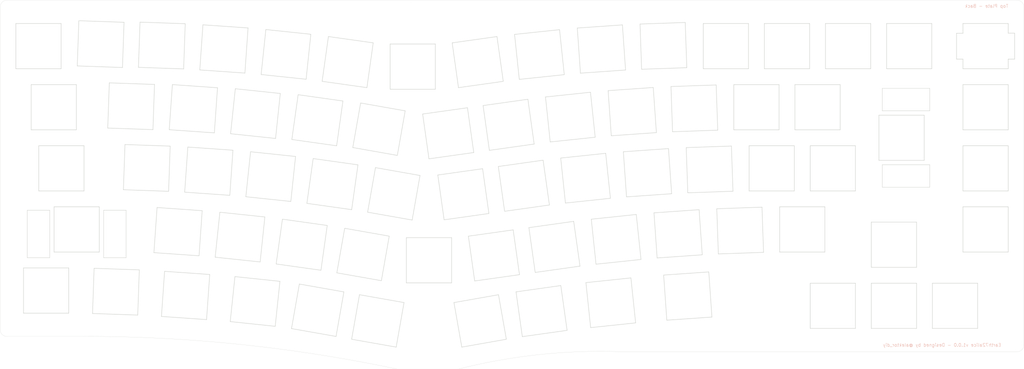
<source format=kicad_pcb>
(kicad_pcb (version 20240108) (generator "pcbnew") (generator_version "8.0")
  (layers (0 "F.Cu" signal) (31 "B.Cu" signal) (34 "B.Paste" user) (35 "F.Paste" user) (36 "B.SilkS" user "B.Silkscreen") (37 "F.SilkS" user "F.Silkscreen") (38 "B.Mask" user) (39 "F.Mask" user) (44 "Edge.Cuts" user))
  (net 0 "")
  (footprint "kbd_SW_Hole:SW_Hole_1u" (layer "F.Cu") (at 275.911877 114.646329 2)
    (property "Reference" "SW65" (hide yes))
    (property "Value" "SW_PUSH" (hide yes))
    (fp_line (start -7.05 -7.05) (end 7.05 -7.05) (stroke (width 0.15)) (layer "Edge.Cuts"))
    (fp_line (start -7.05 7.05) (end -7.05 -7.05) (stroke (width 0.15)) (layer "Edge.Cuts"))
    (fp_line (start 7.05 -7.05) (end 7.05 7.05) (stroke (width 0.15)) (layer "Edge.Cuts"))
    (fp_line (start 7.05 7.05) (end -7.05 7.05) (stroke (width 0.15)) (layer "Edge.Cuts"))
  )
  (footprint "kbd_SW_Hole:SW_Hole_1u" (layer "F.Cu") (at 194.84592 142.819434 10)
    (property "Reference" "SW43" (hide yes))
    (property "Value" "SW_PUSH" (hide yes))
    (fp_line (start -7.05 -7.05) (end 7.05 -7.05) (stroke (width 0.15)) (layer "Edge.Cuts"))
    (fp_line (start -7.05 7.05) (end -7.05 -7.05) (stroke (width 0.15)) (layer "Edge.Cuts"))
    (fp_line (start 7.05 -7.05) (end 7.05 7.05) (stroke (width 0.15)) (layer "Edge.Cuts"))
    (fp_line (start 7.05 7.05) (end -7.05 7.05) (stroke (width 0.15)) (layer "Edge.Cuts"))
  )
  (footprint "kbd_SW_Hole:SW_Hole_1u" (layer "F.Cu") (at 328.6125 57.15)
    (property "Reference" "SW51" (hide yes))
    (property "Value" "SW_PUSH" (hide yes))
    (fp_line (start -7.05 -7.05) (end 7.05 -7.05) (stroke (width 0.15)) (layer "Edge.Cuts"))
    (fp_line (start -7.05 7.05) (end -7.05 -7.05) (stroke (width 0.15)) (layer "Edge.Cuts"))
    (fp_line (start 7.05 -7.05) (end 7.05 7.05) (stroke (width 0.15)) (layer "Edge.Cuts"))
    (fp_line (start 7.05 7.05) (end -7.05 7.05) (stroke (width 0.15)) (layer "Edge.Cuts"))
  )
  (footprint "kbd_SW_Hole:SW_Hole_1u" (layer "F.Cu") (at 189.612028 103.331052 8)
    (property "Reference" "SW25" (hide yes))
    (property "Value" "SW_PUSH" (hide yes))
    (fp_line (start -7.05 -7.05) (end 7.05 -7.05) (stroke (width 0.15)) (layer "Edge.Cuts"))
    (fp_line (start -7.05 7.05) (end -7.05 -7.05) (stroke (width 0.15)) (layer "Edge.Cuts"))
    (fp_line (start 7.05 -7.05) (end 7.05 7.05) (stroke (width 0.15)) (layer "Edge.Cuts"))
    (fp_line (start 7.05 7.05) (end -7.05 7.05) (stroke (width 0.15)) (layer "Edge.Cuts"))
  )
  (footprint "kbd_Hole:m2_Screw_Hole" (layer "F.Cu") (at 178.59375 111.91875)
    (property "Reference" "Ref**" (hide yes))
    (property "Value" "Val**" (hide yes))
    (pad "" np_thru_hole circle (at 0 0) (size 2.2 2.2) (drill 2.2) (layers "F&B.Cu" "*.Mask"))
  )
  (footprint "kbd_SW_Hole:SW_Hole_1u" (layer "F.Cu") (at 90.915967 95.123485 -2)
    (property "Reference" "SW20" (hide yes))
    (property "Value" "SW_PUSH" (hide yes))
    (fp_line (start -7.05 7.05) (end -7.05 -7.05) (stroke (width 0.15)) (layer "Edge.Cuts"))
    (fp_line (start -7.05 -7.05) (end 7.05 -7.05) (stroke (width 0.15)) (layer "Edge.Cuts"))
    (fp_line (start 7.05 7.05) (end -7.05 7.05) (stroke (width 0.15)) (layer "Edge.Cuts"))
    (fp_line (start 7.05 -7.05) (end 7.05 7.05) (stroke (width 0.15)) (layer "Edge.Cuts"))
  )
  (footprint "kbd_SW_Hole:SW_Hole_1u" (layer "F.Cu") (at 290.5125 57.15)
    (property "Reference" "SW49" (hide yes))
    (property "Value" "SW_PUSH" (hide yes))
    (fp_line (start -7.05 -7.05) (end 7.05 -7.05) (stroke (width 0.15)) (layer "Edge.Cuts"))
    (fp_line (start -7.05 7.05) (end -7.05 -7.05) (stroke (width 0.15)) (layer "Edge.Cuts"))
    (fp_line (start 7.05 -7.05) (end 7.05 7.05) (stroke (width 0.15)) (layer "Edge.Cuts"))
    (fp_line (start 7.05 7.05) (end -7.05 7.05) (stroke (width 0.15)) (layer "Edge.Cuts"))
  )
  (footprint "kbd_SW_Hole:SW_Hole_1u" (layer "F.Cu") (at 100.663163 114.994619 -4)
    (property "Reference" "SW29" (hide yes))
    (property "Value" "SW_PUSH" (hide yes))
    (fp_line (start -7.05 7.05) (end -7.05 -7.05) (stroke (width 0.15)) (layer "Edge.Cuts"))
    (fp_line (start -7.05 -7.05) (end 7.05 -7.05) (stroke (width 0.15)) (layer "Edge.Cuts"))
    (fp_line (start 7.05 7.05) (end -7.05 7.05) (stroke (width 0.15)) (layer "Edge.Cuts"))
    (fp_line (start 7.05 -7.05) (end 7.05 7.05) (stroke (width 0.15)) (layer "Edge.Cuts"))
  )
  (footprint "kbd_SW_Hole:SW_Hole_1.25u" (layer "F.Cu") (at 235.572546 137.157947 6)
    (property "Reference" "SW45" (hide yes))
    (property "Value" "SW_PUSH" (hide yes))
    (fp_line (start -7.05 -7.05) (end 7.05 -7.05) (stroke (width 0.15)) (layer "Edge.Cuts"))
    (fp_line (start -7.05 7.05) (end -7.05 -7.05) (stroke (width 0.15)) (layer "Edge.Cuts"))
    (fp_line (start 7.05 -7.05) (end 7.05 7.05) (stroke (width 0.15)) (layer "Edge.Cuts"))
    (fp_line (start 7.05 7.05) (end -7.05 7.05) (stroke (width 0.15)) (layer "Edge.Cuts"))
  )
  (footprint "kbd_SW_Hole:SW_Hole_1u" (layer "F.Cu") (at 295.275 114.3)
    (property "Reference" "SW66" (hide yes))
    (property "Value" "SW_PUSH" (hide yes))
    (fp_line (start -7.05 -7.05) (end 7.05 -7.05) (stroke (width 0.15)) (layer "Edge.Cuts"))
    (fp_line (start -7.05 7.05) (end -7.05 -7.05) (stroke (width 0.15)) (layer "Edge.Cuts"))
    (fp_line (start 7.05 -7.05) (end 7.05 7.05) (stroke (width 0.15)) (layer "Edge.Cuts"))
    (fp_line (start 7.05 7.05) (end -7.05 7.05) (stroke (width 0.15)) (layer "Edge.Cuts"))
  )
  (footprint "kbd_SW_Hole:SW_Hole_1.25u" (layer "F.Cu") (at 103.00923 134.885494 -4)
    (property "Reference" "SW39" (hide yes))
    (property "Value" "SW_PUSH" (hide yes))
    (fp_line (start -7.05 7.05) (end -7.05 -7.05) (stroke (width 0.15)) (layer "Edge.Cuts"))
    (fp_line (start -7.05 -7.05) (end 7.05 -7.05) (stroke (width 0.15)) (layer "Edge.Cuts"))
    (fp_line (start 7.05 7.05) (end -7.05 7.05) (stroke (width 0.15)) (layer "Edge.Cuts"))
    (fp_line (start 7.05 -7.05) (end 7.05 7.05) (stroke (width 0.15)) (layer "Edge.Cuts"))
  )
  (footprint "kbd_SW_Hole:SW_Hole_1u" (layer "F.Cu") (at 81.292531 133.710318 -2)
    (property "Reference" "SW38" (hide yes))
    (property "Value" "SW_PUSH" (hide yes))
    (fp_line (start -7.05 7.05) (end -7.05 -7.05) (stroke (width 0.15)) (layer "Edge.Cuts"))
    (fp_line (start -7.05 -7.05) (end 7.05 -7.05) (stroke (width 0.15)) (layer "Edge.Cuts"))
    (fp_line (start 7.05 7.05) (end -7.05 7.05) (stroke (width 0.15)) (layer "Edge.Cuts"))
    (fp_line (start 7.05 -7.05) (end 7.05 7.05) (stroke (width 0.15)) (layer "Edge.Cuts"))
  )
  (footprint "kbd_SW_Hole:SW_Hole_1u" (layer "F.Cu") (at 271.4625 57.15)
    (property "Reference" "SW48" (hide yes))
    (property "Value" "SW_PUSH" (hide yes))
    (fp_line (start -7.05 -7.05) (end 7.05 -7.05) (stroke (width 0.15)) (layer "Edge.Cuts"))
    (fp_line (start -7.05 7.05) (end -7.05 -7.05) (stroke (width 0.15)) (layer "Edge.Cuts"))
    (fp_line (start 7.05 -7.05) (end 7.05 7.05) (stroke (width 0.15)) (layer "Edge.Cuts"))
    (fp_line (start 7.05 7.05) (end -7.05 7.05) (stroke (width 0.15)) (layer "Edge.Cuts"))
  )
  (footprint "kbd_SW_Hole:SW_Hole_1u" (layer "F.Cu") (at 280.9875 76.2)
    (property "Reference" "SW57" (hide yes))
    (property "Value" "SW_PUSH" (hide yes))
    (fp_line (start -7.05 -7.05) (end 7.05 -7.05) (stroke (width 0.15)) (layer "Edge.Cuts"))
    (fp_line (start -7.05 7.05) (end -7.05 -7.05) (stroke (width 0.15)) (layer "Edge.Cuts"))
    (fp_line (start 7.05 -7.05) (end 7.05 7.05) (stroke (width 0.15)) (layer "Edge.Cuts"))
    (fp_line (start 7.05 7.05) (end -7.05 7.05) (stroke (width 0.15)) (layer "Edge.Cuts"))
  )
  (footprint "kbd_SW_Hole:SW_Hole_1u" (layer "F.Cu") (at 256.566275 115.666709 4)
    (property "Reference" "SW64" (hide yes))
    (property "Value" "SW_PUSH" (hide yes))
    (fp_line (start -7.05 -7.05) (end 7.05 -7.05) (stroke (width 0.15)) (layer "Edge.Cuts"))
    (fp_line (start -7.05 7.05) (end -7.05 -7.05) (stroke (width 0.15)) (layer "Edge.Cuts"))
    (fp_line (start 7.05 -7.05) (end 7.05 7.05) (stroke (width 0.15)) (layer "Edge.Cuts"))
    (fp_line (start 7.05 7.05) (end -7.05 7.05) (stroke (width 0.15)) (layer "Edge.Cuts"))
  )
  (footprint "kbd_SW_Hole:SW_Hole_1u" (layer "F.Cu") (at 300.0375 76.2)
    (property "Reference" "SW58" (hide yes))
    (property "Value" "SW_PUSH" (hide yes))
    (fp_line (start -7.05 -7.05) (end 7.05 -7.05) (stroke (width 0.15)) (layer "Edge.Cuts"))
    (fp_line (start -7.05 7.05) (end -7.05 -7.05) (stroke (width 0.15)) (layer "Edge.Cuts"))
    (fp_line (start 7.05 -7.05) (end 7.05 7.05) (stroke (width 0.15)) (layer "Edge.Cuts"))
    (fp_line (start 7.05 7.05) (end -7.05 7.05) (stroke (width 0.15)) (layer "Edge.Cuts"))
  )
  (footprint "kbd_SW_Hole:SW_Hole_1u" (layer "F.Cu") (at 95.606661 56.965006 -2)
    (property "Reference" "SW3" (hide yes))
    (property "Value" "SW_PUSH" (hide yes))
    (fp_line (start -7.05 7.05) (end -7.05 -7.05) (stroke (width 0.15)) (layer "Edge.Cuts"))
    (fp_line (start -7.05 -7.05) (end 7.05 -7.05) (stroke (width 0.15)) (layer "Edge.Cuts"))
    (fp_line (start 7.05 7.05) (end -7.05 7.05) (stroke (width 0.15)) (layer "Edge.Cuts"))
    (fp_line (start 7.05 -7.05) (end 7.05 7.05) (stroke (width 0.15)) (layer "Edge.Cuts"))
  )
  (footprint "kbd_SW_Hole:SW_Hole_1u" (layer "F.Cu") (at 352.425 95.25)
    (property "Reference" "SW54" (hide yes))
    (property "Value" "SW_PUSH" (hide yes))
    (fp_line (start -7.05 -7.05) (end 7.05 -7.05) (stroke (width 0.15)) (layer "Edge.Cuts"))
    (fp_line (start -7.05 7.05) (end -7.05 -7.05) (stroke (width 0.15)) (layer "Edge.Cuts"))
    (fp_line (start 7.05 -7.05) (end 7.05 7.05) (stroke (width 0.15)) (layer "Edge.Cuts"))
    (fp_line (start 7.05 7.05) (end -7.05 7.05) (stroke (width 0.15)) (layer "Edge.Cuts"))
  )
  (footprint "kbd_SW_Hole:SW_Hole_1u" (layer "F.Cu") (at 124.788368 78.18759 -6)
    (property "Reference" "SW13" (hide yes))
    (property "Value" "SW_PUSH" (hide yes))
    (fp_line (start -7.05 7.05) (end -7.05 -7.05) (stroke (width 0.15)) (layer "Edge.Cuts"))
    (fp_line (start -7.05 -7.05) (end 7.05 -7.05) (stroke (width 0.15)) (layer "Edge.Cuts"))
    (fp_line (start 7.05 7.05) (end -7.05 7.05) (stroke (width 0.15)) (layer "Edge.Cuts"))
    (fp_line (start 7.05 -7.05) (end 7.05 7.05) (stroke (width 0.15)) (layer "Edge.Cuts"))
  )
  (footprint "kbd_Hole:m2_Screw_Hole" (layer "F.Cu") (at 314.325 102.39375)
    (property "Reference" "Ref**" (hide yes))
    (property "Value" "Val**" (hide yes))
    (pad "" np_thru_hole circle (at 0 0) (size 2.2 2.2) (drill 2.2) (layers "F&B.Cu" "*.Mask"))
  )
  (footprint "kbd_SW_Hole:SW_Hole_1u" (layer "F.Cu") (at 237.245517 117.385588 6)
    (property "Reference" "SW36" (hide yes))
    (property "Value" "SW_PUSH" (hide yes))
    (fp_line (start -7.05 -7.05) (end 7.05 -7.05) (stroke (width 0.15)) (layer "Edge.Cuts"))
    (fp_line (start -7.05 7.05) (end -7.05 -7.05) (stroke (width 0.15)) (layer "Edge.Cuts"))
    (fp_line (start 7.05 -7.05) (end 7.05 7.05) (stroke (width 0.15)) (layer "Edge.Cuts"))
    (fp_line (start 7.05 7.05) (end -7.05 7.05) (stroke (width 0.15)) (layer "Edge.Cuts"))
  )
  (footprint "kbd_SW_Hole:SW_Hole_1u" (layer "F.Cu") (at 153.54398 62.127129 -8)
    (property "Reference" "SW6" (hide yes))
    (property "Value" "SW_PUSH" (hide yes))
    (fp_line (start -7.05 7.05) (end -7.05 -7.05) (stroke (width 0.15)) (layer "Edge.Cuts"))
    (fp_line (start -7.05 -7.05) (end 7.05 -7.05) (stroke (width 0.15)) (layer "Edge.Cuts"))
    (fp_line (start 7.05 7.05) (end -7.05 7.05) (stroke (width 0.15)) (layer "Edge.Cuts"))
    (fp_line (start 7.05 -7.05) (end 7.05 7.05) (stroke (width 0.15)) (layer "Edge.Cuts"))
  )
  (footprint "kbd_SW_Hole:SW_Hole_1u" (layer "F.Cu") (at 323.85 138.1125)
    (property "Reference" "SW71" (hide yes))
    (property "Value" "SW_PUSH" (hide yes))
    (fp_line (start -7.05 -7.05) (end 7.05 -7.05) (stroke (width 0.15)) (layer "Edge.Cuts"))
    (fp_line (start -7.05 7.05) (end -7.05 -7.05) (stroke (width 0.15)) (layer "Edge.Cuts"))
    (fp_line (start 7.05 -7.05) (end 7.05 7.05) (stroke (width 0.15)) (layer "Edge.Cuts"))
    (fp_line (start 7.05 7.05) (end -7.05 7.05) (stroke (width 0.15)) (layer "Edge.Cuts"))
  )
  (footprint "kbd_SW_Hole:SW_Hole_1u" (layer "F.Cu") (at 304.8 138.1125)
    (property "Reference" "SW70" (hide yes))
    (property "Value" "SW_PUSH" (hide yes))
    (fp_line (start -7.05 -7.05) (end 7.05 -7.05) (stroke (width 0.15)) (layer "Edge.Cuts"))
    (fp_line (start -7.05 7.05) (end -7.05 -7.05) (stroke (width 0.15)) (layer "Edge.Cuts"))
    (fp_line (start 7.05 -7.05) (end 7.05 7.05) (stroke (width 0.15)) (layer "Edge.Cuts"))
    (fp_line (start 7.05 7.05) (end -7.05 7.05) (stroke (width 0.15)) (layer "Edge.Cuts"))
  )
  (footprint "kbd_SW_Hole:SW_Hole_1u" (layer "F.Cu") (at 163.306288 83.049747 -10)
    (property "Reference" "SW15" (hide yes))
    (property "Value" "SW_PUSH" (hide yes))
    (fp_line (start -7.05 7.05) (end -7.05 -7.05) (stroke (width 0.15)) (layer "Edge.Cuts"))
    (fp_line (start -7.05 -7.05) (end 7.05 -7.05) (stroke (width 0.15)) (layer "Edge.Cuts"))
    (fp_line (start 7.05 7.05) (end -7.05 7.05) (stroke (width 0.15)) (layer "Edge.Cuts"))
    (fp_line (start 7.05 -7.05) (end 7.05 7.05) (stroke (width 0.15)) (layer "Edge.Cuts"))
  )
  (footprint "kbd_SW_Hole:SW_Hole_1u" (layer "F.Cu") (at 285.75 95.25)
    (property "Reference" "SW61" (hide yes))
    (property "Value" "SW_PUSH" (hide yes))
    (fp_line (start -7.05 -7.05) (end 7.05 -7.05) (stroke (width 0.15)) (layer "Edge.Cuts"))
    (fp_line (start -7.05 7.05) (end -7.05 -7.05) (stroke (width 0.15)) (layer "Edge.Cuts"))
    (fp_line (start 7.05 -7.05) (end 7.05 7.05) (stroke (width 0.15)) (layer "Edge.Cuts"))
    (fp_line (start 7.05 7.05) (end -7.05 7.05) (stroke (width 0.15)) (layer "Edge.Cuts"))
  )
  (footprint "kbd_Hole:m2_Screw_Hole" (layer "F.Cu") (at 173.83125 45.24375)
    (property "Reference" "Ref**" (hide yes))
    (property "Value" "Val**" (hide yes))
    (pad "" np_thru_hole circle (at 0 0) (size 2.2 2.2) (drill 2.2) (layers "F&B.Cu" "*.Mask"))
  )
  (footprint "kbd_SW_Hole:SW_Hole_1u" (layer "F.Cu") (at 266.381331 95.589088 2)
    (property "Reference" "SW60" (hide yes))
    (property "Value" "SW_PUSH" (hide yes))
    (fp_line (start -7.05 -7.05) (end 7.05 -7.05) (stroke (width 0.15)) (layer "Edge.Cuts"))
    (fp_line (start -7.05 7.05) (end -7.05 -7.05) (stroke (width 0.15)) (layer "Edge.Cuts"))
    (fp_line (start 7.05 -7.05) (end 7.05 7.05) (stroke (width 0.15)) (layer "Edge.Cuts"))
    (fp_line (start 7.05 7.05) (end -7.05 7.05) (stroke (width 0.15)) (layer "Edge.Cuts"))
  )
  (footprint "kbd_SW_Hole:SW_Hole_1u" (layer "F.Cu") (at 86.032329 75.89267 -2)
    (property "Reference" "SW11" (hide yes))
    (property "Value" "SW_PUSH" (hide yes))
    (fp_line (start -7.05 7.05) (end -7.05 -7.05) (stroke (width 0.15)) (layer "Edge.Cuts"))
    (fp_line (start -7.05 -7.05) (end 7.05 -7.05) (stroke (width 0.15)) (layer "Edge.Cuts"))
    (fp_line (start 7.05 7.05) (end -7.05 7.05) (stroke (width 0.15)) (layer "Edge.Cuts"))
    (fp_line (start 7.05 -7.05) (end 7.05 7.05) (stroke (width 0.15)) (layer "Edge.Cuts"))
  )
  (footprint "kbd_SW_Hole:SW_Hole_1.25u" (layer "F.Cu") (at 259.584533 135.068878 4)
    (property "Reference" "SW69" (hide yes))
    (property "Value" "SW_PUSH" (hide yes))
    (fp_line (start -7.05 -7.05) (end 7.05 -7.05) (stroke (width 0.15)) (layer "Edge.Cuts"))
    (fp_line (start -7.05 7.05) (end -7.05 -7.05) (stroke (width 0.15)) (layer "Edge.Cuts"))
    (fp_line (start 7.05 -7.05) (end 7.05 7.05) (stroke (width 0.15)) (layer "Edge.Cuts"))
    (fp_line (start 7.05 7.05) (end -7.05 7.05) (stroke (width 0.15)) (layer "Edge.Cuts"))
  )
  (footprint "kbd_SW_Hole:SW_Hole_1u" (layer "F.Cu") (at 208.474911 100.677349 8)
    (property "Reference" "SW26" (hide yes))
    (property "Value" "SW_PUSH" (hide yes))
    (fp_line (start -7.05 -7.05) (end 7.05 -7.05) (stroke (width 0.15)) (layer "Edge.Cuts"))
    (fp_line (start -7.05 7.05) (end -7.05 -7.05) (stroke (width 0.15)) (layer "Edge.Cuts"))
    (fp_line (start 7.05 -7.05) (end 7.05 7.05) (stroke (width 0.15)) (layer "Edge.Cuts"))
    (fp_line (start 7.05 7.05) (end -7.05 7.05) (stroke (width 0.15)) (layer "Edge.Cuts"))
  )
  (footprint "kbd_SW_Hole:SW_Hole_1u" (layer "F.Cu") (at 213.323877 59.768557 6)
    (property "Reference" "SW9" (hide yes))
    (property "Value" "SW_PUSH" (hide yes))
    (fp_line (start -7.05 -7.05) (end 7.05 -7.05) (stroke (width 0.15)) (layer "Edge.Cuts"))
    (fp_line (start -7.05 7.05) (end -7.05 -7.05) (stroke (width 0.15)) (layer "Edge.Cuts"))
    (fp_line (start 7.05 -7.05) (end 7.05 7.05) (stroke (width 0.15)) (layer "Edge.Cuts"))
    (fp_line (start 7.05 7.05) (end -7.05 7.05) (stroke (width 0.15)) (layer "Edge.Cuts"))
  )
  (footprint "kbd_Hole:m2_Screw_Hole" (layer "F.Cu") (at 361.95 150.01875)
    (property "Reference" "Ref**" (hide yes))
    (property "Value" "Val**" (hide yes))
    (pad "" np_thru_hole circle (at 0 0) (size 2.2 2.2) (drill 2.2) (layers "F&B.Cu" "*.Mask"))
  )
  (footprint "kbd_SW_Hole:SW_Hole_1u" (layer "F.Cu") (at 227.712028 98.318777 6)
    (property "Reference" "SW27" (hide yes))
    (property "Value" "SW_PUSH" (hide yes))
    (fp_line (start -7.05 -7.05) (end 7.05 -7.05) (stroke (width 0.15)) (layer "Edge.Cuts"))
    (fp_line (start -7.05 7.05) (end -7.05 -7.05) (stroke (width 0.15)) (layer "Edge.Cuts"))
    (fp_line (start 7.05 -7.05) (end 7.05 7.05) (stroke (width 0.15)) (layer "Edge.Cuts"))
    (fp_line (start 7.05 7.05) (end -7.05 7.05) (stroke (width 0.15)) (layer "Edge.Cuts"))
  )
  (footprint "kbd_SW_Hole:SW_Hole_1u" (layer "F.Cu") (at 76.531995 56.522014 -2)
    (property "Reference" "SW2" (hide yes))
    (property "Value" "SW_PUSH" (hide yes))
    (fp_line (start -7.05 7.05) (end -7.05 -7.05) (stroke (width 0.15)) (layer "Edge.Cuts"))
    (fp_line (start -7.05 -7.05) (end 7.05 -7.05) (stroke (width 0.15)) (layer "Edge.Cuts"))
    (fp_line (start 7.05 7.05) (end -7.05 7.05) (stroke (width 0.15)) (layer "Edge.Cuts"))
    (fp_line (start 7.05 -7.05) (end 7.05 7.05) (stroke (width 0.15)) (layer "Edge.Cuts"))
  )
  (footprint "kbd_SW_Hole:SW_Hole_1u" (layer "F.Cu") (at 352.425 76.2)
    (property "Reference" "SW53" (hide yes))
    (property "Value" "SW_PUSH" (hide yes))
    (fp_line (start -7.05 -7.05) (end 7.05 -7.05) (stroke (width 0.15)) (layer "Edge.Cuts"))
    (fp_line (start -7.05 7.05) (end -7.05 -7.05) (stroke (width 0.15)) (layer "Edge.Cuts"))
    (fp_line (start 7.05 -7.05) (end 7.05 7.05) (stroke (width 0.15)) (layer "Edge.Cuts"))
    (fp_line (start 7.05 7.05) (end -7.05 7.05) (stroke (width 0.15)) (layer "Edge.Cuts"))
  )
  (footprint "kbd_SW_Hole:SW_Hole_1u" (layer "F.Cu") (at 261.63017 76.547309 2)
    (property "Reference" "SW56" (hide yes))
    (property "Value" "SW_PUSH" (hide yes))
    (fp_line (start -7.05 -7.05) (end 7.05 -7.05) (stroke (width 0.15)) (layer "Edge.Cuts"))
    (fp_line (start -7.05 7.05) (end -7.05 -7.05) (stroke (width 0.15)) (layer "Edge.Cuts"))
    (fp_line (start 7.05 -7.05) (end 7.05 7.05) (stroke (width 0.15)) (layer "Edge.Cuts"))
    (fp_line (start 7.05 7.05) (end -7.05 7.05) (stroke (width 0.15)) (layer "Edge.Cuts"))
  )
  (footprint "kbd_SW_Hole:SW_Hole_1u" (layer "F.Cu") (at 167.930732 103.202348 -10)
    (property "Reference" "SW24" (hide yes))
    (property "Value" "SW_PUSH" (hide yes))
    (fp_line (start -7.05 7.05) (end -7.05 -7.05) (stroke (width 0.15)) (layer "Edge.Cuts"))
    (fp_line (start -7.05 -7.05) (end 7.05 -7.05) (stroke (width 0.15)) (layer "Edge.Cuts"))
    (fp_line (start 7.05 7.05) (end -7.05 7.05) (stroke (width 0.15)) (layer "Edge.Cuts"))
    (fp_line (start 7.05 -7.05) (end 7.05 7.05) (stroke (width 0.15)) (layer "Edge.Cuts"))
  )
  (footprint "kbd_SW_Hole:SW_Hole_1u" (layer "F.Cu") (at 342.9 138.1125)
    (property "Reference" "SW72" (hide yes))
    (property "Value" "SW_PUSH" (hide yes))
    (fp_line (start -7.05 -7.05) (end 7.05 -7.05) (stroke (width 0.15)) (layer "Edge.Cuts"))
    (fp_line (start -7.05 7.05) (end -7.05 -7.05) (stroke (width 0.15)) (layer "Edge.Cuts"))
    (fp_line (start 7.05 -7.05) (end 7.05 7.05) (stroke (width 0.15)) (layer "Edge.Cuts"))
    (fp_line (start 7.05 7.05) (end -7.05 7.05) (stroke (width 0.15)) (layer "Edge.Cuts"))
  )
  (footprint "kbd_Hole:m2_Screw_Hole" (layer "F.Cu") (at 178.59375 154.78125)
    (property "Reference" "Ref**" (hide yes))
    (property "Value" "Val**" (hide yes))
    (pad "" np_thru_hole circle (at 0 0) (size 2.2 2.2) (drill 2.2) (layers "F&B.Cu" "*.Mask"))
  )
  (footprint "kbd_SW_Hole:SW_Hole_1u" (layer "F.Cu") (at 110.253939 96.141946 -4)
    (property "Reference" "SW21" (hide yes))
    (property "Value" "SW_PUSH" (hide yes))
    (fp_line (start -7.05 7.05) (end -7.05 -7.05) (stroke (width 0.15)) (layer "Edge.Cuts"))
    (fp_line (start -7.05 -7.05) (end 7.05 -7.05) (stroke (width 0.15)) (layer "Edge.Cuts"))
    (fp_line (start 7.05 7.05) (end -7.05 7.05) (stroke (width 0.15)) (layer "Edge.Cuts"))
    (fp_line (start 7.05 -7.05) (end 7.05 7.05) (stroke (width 0.15)) (layer "Edge.Cuts"))
  )
  (footprint "kbd_SW_Hole:SW_Hole_1u" (layer "F.Cu") (at 232.658528 58.053285 4)
    (property "Reference" "SW46" (hide yes))
    (property "Value" "SW_PUSH" (hide yes))
    (fp_line (start -7.05 -7.05) (end 7.05 -7.05) (stroke (width 0.15)) (layer "Edge.Cuts"))
    (fp_line (start -7.05 7.05) (end -7.05 -7.05) (stroke (width 0.15)) (layer "Edge.Cuts"))
    (fp_line (start 7.05 -7.05) (end 7.05 7.05) (stroke (width 0.15)) (layer "Edge.Cuts"))
    (fp_line (start 7.05 7.05) (end -7.05 7.05) (stroke (width 0.15)) (layer "Edge.Cuts"))
  )
  (footprint "kbd_Hole:m2_Screw_Hole" (layer "F.Cu") (at 335.75625 45.24375)
    (property "Reference" "Ref**" (hide yes))
    (property "Value" "Val**" (hide yes))
    (pad "" np_thru_hole circle (at 0 0) (size 2.2 2.2) (drill 2.2) (layers "F&B.Cu" "*.Mask"))
  )
  (footprint "kbd_SW_Hole:SW_Hole_1u" (layer "F.Cu") (at 218.009732 119.741474 8)
    (property "Reference" "SW35" (hide yes))
    (property "Value" "SW_PUSH" (hide yes))
    (fp_line (start -7.05 -7.05) (end 7.05 -7.05) (stroke (width 0.15)) (layer "Edge.Cuts"))
    (fp_line (start -7.05 7.05) (end -7.05 -7.05) (stroke (width 0.15)) (layer "Edge.Cuts"))
    (fp_line (start 7.05 -7.05) (end 7.05 7.05) (stroke (width 0.15)) (layer "Edge.Cuts"))
    (fp_line (start 7.05 7.05) (end -7.05 7.05) (stroke (width 0.15)) (layer "Edge.Cuts"))
  )
  (footprint "kbd_SW_Hole:SW_Hole_1u" (layer "F.Cu") (at 242.270853 77.569949 4)
    (property "Reference" "SW55" (hide yes))
    (property "Value" "SW_PUSH" (hide yes))
    (fp_line (start -7.05 -7.05) (end 7.05 -7.05) (stroke (width 0.15)) (layer "Edge.Cuts"))
    (fp_line (start -7.05 7.05) (end -7.05 -7.05) (stroke (width 0.15)) (layer "Edge.Cuts"))
    (fp_line (start 7.05 -7.05) (end 7.05 7.05) (stroke (width 0.15)) (layer "Edge.Cuts"))
    (fp_line (start 7.05 7.05) (end -7.05 7.05) (stroke (width 0.15)) (layer "Edge.Cuts"))
  )
  (footprint "kbd_SW_Hole:SW_Hole_1.5u" (layer "F.Cu") (at 61.9125 76.2)
    (property "Reference" "SW10" (hide yes))
    (property "Value" "SW_PUSH" (hide yes))
    (fp_line (start -7.05 -7.05) (end 7.05 -7.05) (stroke (width 0.15)) (layer "Edge.Cuts"))
    (fp_line (start -7.05 7.05) (end -7.05 -7.05) (stroke (width 0.15)) (layer "Edge.Cuts"))
    (fp_line (start 7.05 -7.05) (end 7.05 7.05) (stroke (width 0.15)) (layer "Edge.Cuts"))
    (fp_line (start 7.05 7.05) (end -7.05 7.05) (stroke (width 0.15)) (layer "Edge.Cuts"))
  )
  (footprint "kbd_SW_Hole:SW_Hole_1u" (layer "F.Cu") (at 352.425 114.3)
    (property "Reference" "SW68" (hide yes))
    (property "Value" "SW_PUSH" (hide yes))
    (fp_line (start -7.05 -7.05) (end 7.05 -7.05) (stroke (width 0.15)) (layer "Edge.Cuts"))
    (fp_line (start -7.05 7.05) (end -7.05 -7.05) (stroke (width 0.15)) (layer "Edge.Cuts"))
    (fp_line (start 7.05 -7.05) (end 7.05 7.05) (stroke (width 0.15)) (layer "Edge.Cuts"))
    (fp_line (start 7.05 7.05) (end -7.05 7.05) (stroke (width 0.15)) (layer "Edge.Cuts"))
  )
  (footprint "kbd_SW_Hole:SW_Hole_1.25u" (layer "F.Cu") (at 59.53125 133.35)
    (property "Reference" "SW37" (hide yes))
    (property "Value" "SW_PUSH" (hide yes))
    (fp_line (start -7.05 -7.05) (end 7.05 -7.05) (stroke (width 0.15)) (layer "Edge.Cuts"))
    (fp_line (start -7.05 7.05) (end -7.05 -7.05) (stroke (width 0.15)) (layer "Edge.Cuts"))
    (fp_line (start 7.05 -7.05) (end 7.05 7.05) (stroke (width 0.15)) (layer "Edge.Cuts"))
    (fp_line (start 7.05 7.05) (end -7.05 7.05) (stroke (width 0.15)) (layer "Edge.Cuts"))
  )
  (footprint "kbd_SW_Hole:SW_Hole_1u" (layer "F.Cu") (at 114.962996 58.027626 -4)
    (property "Reference" "SW4" (hide yes))
    (property "Value" "SW_PUSH" (hide yes))
    (fp_line (start -7.05 7.05) (end -7.05 -7.05) (stroke (width 0.15)) (layer "Edge.Cuts"))
    (fp_line (start -7.05 -7.05) (end 7.05 -7.05) (stroke (width 0.15)) (layer "Edge.Cuts"))
    (fp_line (start 7.05 7.05) (end -7.05 7.05) (stroke (width 0.15)) (layer "Edge.Cuts"))
    (fp_line (start 7.05 -7.05) (end 7.05 7.05) (stroke (width 0.15)) (layer "Edge.Cuts"))
  )
  (footprint "kbd_SW_Hole:SW_Hole_1u" (layer "F.Cu") (at 213.994454 139.76213 8)
    (property "Reference" "SW44" (hide yes))
    (property "Value" "SW_PUSH" (hide yes))
    (fp_line (start -7.05 -7.05) (end 7.05 -7.05) (stroke (width 0.15)) (layer "Edge.Cuts"))
    (fp_line (start -7.05 7.05) (end -7.05 -7.05) (stroke (width 0.15)) (layer "Edge.Cuts"))
    (fp_line (start 7.05 -7.05) (end 7.05 7.05) (stroke (width 0.15)) (layer "Edge.Cuts"))
    (fp_line (start 7.05 7.05) (end -7.05 7.05) (stroke (width 0.15)) (layer "Edge.Cuts"))
  )
  (footprint "kbd_SW_Hole:SW_Hole_1u" (layer "F.Cu") (at 124.67629 136.756859 -6)
    (property "Reference" "SW40" (hide yes))
    (property "Value" "SW_PUSH" (hide yes))
    (fp_line (start -7.05 7.05) (end -7.05 -7.05) (stroke (width 0.15)) (layer "Edge.Cuts"))
    (fp_line (start -7.05 -7.05) (end 7.05 -7.05) (stroke (width 0.15)) (layer "Edge.Cuts"))
    (fp_line (start 7.05 7.05) (end -7.05 7.05) (stroke (width 0.15)) (layer "Edge.Cuts"))
    (fp_line (start 7.05 -7.05) (end 7.05 7.05) (stroke (width 0.15)) (layer "Edge.Cuts"))
  )
  (footprint "kbd_Hole:m2_Screw_Hole" (layer "F.Cu") (at 47.625 145.25625)
    (property "Reference" "Ref**" (hide yes))
    (property "Value" "Val**" (hide yes))
    (pad "" np_thru_hole circle (at 0 0) (size 2.2 2.2) (drill 2.2) (layers "*.Cu" "*.Mask"))
  )
  (footprint "kbd_SW_Hole:SW_Hole_1u" (layer "F.Cu") (at 129.545493 97.830564 -6)
    (property "Reference" "SW22" (hide yes))
    (property "Value" "SW_PUSH" (hide yes))
    (fp_line (start -7.05 7.05) (end -7.05 -7.05) (stroke (width 0.15)) (layer "Edge.Cuts"))
    (fp_line (start -7.05 -7.05) (end 7.05 -7.05) (stroke (width 0.15)) (layer "Edge.Cuts"))
    (fp_line (start 7.05 7.05) (end -7.05 7.05) (stroke (width 0.15)) (layer "Edge.Cuts"))
    (fp_line (start 7.05 -7.05) (end 7.05 7.05) (stroke (width 0.15)) (layer "Edge.Cuts"))
  )
  (footprint "kbd_SW_Hole:SW_Hole_1u" (layer "F.Cu") (at 134.311968 59.72957 -6)
    (property "Reference" "SW5" (hide yes))
    (property "Value" "SW_PUSH" (hide yes))
    (fp_line (start -7.05 7.05) (end -7.05 -7.05) (stroke (width 0.15)) (layer "Edge.Cuts"))
    (fp_line (start -7.05 -7.05) (end 7.05 -7.05) (stroke (width 0.15)) (layer "Edge.Cuts"))
    (fp_line (start 7.05 7.05) (end -7.05 7.05) (stroke (width 0.15)) (layer "Edge.Cuts"))
    (fp_line (start 7.05 -7.05) (end 7.05 7.05) (stroke (width 0.15)) (layer "Edge.Cuts"))
  )
  (footprint "kbd_SW_Hole:SW_Hole_1u" (layer "F.Cu") (at 203.726461 81.678804 8)
    (property "Reference" "SW17" (hide yes))
    (property "Value" "SW_PUSH" (hide yes))
    (fp_line (start -7.05 -7.05) (end 7.05 -7.05) (stroke (width 0.15)) (layer "Edge.Cuts"))
    (fp_line (start -7.05 7.05) (end -7.05 -7.05) (stroke (width 0.15)) (layer "Edge.Cuts"))
    (fp_line (start 7.05 -7.05) (end 7.05 7.05) (stroke (width 0.15)) (layer "Edge.Cuts"))
    (fp_line (start 7.05 7.05) (end -7.05 7.05) (stroke (width 0.15)) (layer "Edge.Cuts"))
  )
  (footprint "kbd_SW_Hole:SW_Hole_1u" (layer "F.Cu") (at 309.5625 57.15)
    (property "Reference" "SW50" (hide yes))
    (property "Value" "SW_PUSH" (hide yes))
    (fp_line (start -7.05 -7.05) (end 7.05 -7.05) (stroke (width 0.15)) (layer "Edge.Cuts"))
    (fp_line (start -7.05 7.05) (end -7.05 -7.05) (stroke (width 0.15)) (layer "Edge.Cuts"))
    (fp_line (start 7.05 -7.05) (end 7.05 7.05) (stroke (width 0.15)) (layer "Edge.Cuts"))
    (fp_line (start 7.05 7.05) (end -7.05 7.05) (stroke (width 0.15)) (layer "Edge.Cuts"))
  )
  (footprint "kbd_SW_Hole:SW_Hole_1u" (layer "F.Cu") (at 158.333134 122.111716 -10)
    (property "Reference" "SW32" (hide yes))
    (property "Value" "SW_PUSH" (hide yes))
    (fp_line (start -7.05 7.05) (end -7.05 -7.05) (stroke (width 0.15)) (layer "Edge.Cuts"))
    (fp_line (start -7.05 -7.05) (end 7.05 -7.05) (stroke (width 0.15)) (layer "Edge.Cuts"))
    (fp_line (start 7.05 7.05) (end -7.05 7.05) (stroke (width 0.15)) (layer "Edge.Cuts"))
    (fp_line (start 7.05 -7.05) (end 7.05 7.05) (stroke (width 0.15)) (layer "Edge.Cuts"))
  )
  (footprint "kbd_Hole:m2_Screw_Hole" (layer "F.Cu") (at 47.625 45.24375)
    (property "Reference" "Ref**" (hide yes))
    (property "Value" "Val**" (hide yes))
    (pad "" np_thru_hole circle (at 0 0) (size 2.2 2.2) (drill 2.2) (layers "F&B.Cu" "*.Mask"))
  )
  (footprint "kbd_SW_Hole:SW_Hole_1u" (layer "F.Cu") (at 162.9483 142.821353 -10)
    (property "Reference" "SW42" (hide yes))
    (property "Value" "SW_PUSH" (hide yes))
    (fp_line (start -7.05 7.05) (end -7.05 -7.05) (stroke (width 0.15)) (layer "Edge.Cuts"))
    (fp_line (start -7.05 -7.05) (end 7.05 -7.05) (stroke (width 0.15)) (layer "Edge.Cuts"))
    (fp_line (start 7.05 7.05) (end -7.05 7.05) (stroke (width 0.15)) (layer "Edge.Cuts"))
    (fp_line (start 7.05 -7.05) (end 7.05 7.05) (stroke (width 0.15)) (layer "Edge.Cuts"))
  )
  (footprint "kbd_SW_Hole:SW_Hole_1u" (layer "F.Cu") (at 247.022014 96.621937 4)
    (property "Reference" "SW59" (hide yes))
    (property "Value" "SW_PUSH" (hide yes))
    (fp_line (start -7.05 -7.05) (end 7.05 -7.05) (stroke (width 0.15)) (layer "Edge.Cuts"))
    (fp_line (start -7.05 7.05) (end -7.05 -7.05) (stroke (width 0.15)) (layer "Edge.Cuts"))
    (fp_line (start 7.05 -7.05) (end 7.05 7.05) (stroke (width 0.15)) (layer "Edge.Cuts"))
    (fp_line (start 7.05 7.05) (end -7.05 7.05) (stroke (width 0.15)) (layer "Edge.Cuts"))
  )
  (footprint "kbd_SW_Hole:SW_Hole_1u" (layer "F.Cu") (at 173.829379 63.540992)
    (property "Reference" "SW7" (hide yes))
    (property "Value" "SW_PUSH" (hide yes))
    (fp_line (start -7.05 -7.05) (end 7.05 -7.05) (stroke (width 0.15)) (layer "Edge.Cuts"))
    (fp_line (start -7.05 7.05) (end -7.05 -7.05) (stroke (width 0.15)) (layer "Edge.Cuts"))
    (fp_line (start 7.05 -7.05) (end 7.05 7.05) (stroke (width 0.15)) (layer "Edge.Cuts"))
    (fp_line (start 7.05 7.05) (end -7.05 7.05) (stroke (width 0.15)) (layer "Edge.Cuts"))
  )
  (footprint "kbd_Hole:m2_Screw_Hole" (layer "F.Cu") (at 76.2 95.25)
    (property "Reference" "Ref**" (hide yes))
    (property "Value" "Val**" (hide yes))
    (pad "" np_thru_hole circle (at 0 0) (size 2.2 2.2) (drill 2.2) (layers "F&B.Cu" "*.Mask"))
  )
  (footprint "kbd_SW_Hole:SW_Hole_1u" (layer "F.Cu") (at 222.965837 79.273882 6)
    (property "Reference" "SW18" (hide yes))
    (property "Value" "SW_PUSH" (hide yes))
    (fp_line (start -7.05 -7.05) (end 7.05 -7.05) (stroke (width 0.15)) (layer "Edge.Cuts"))
    (fp_line (start -7.05 7.05) (end -7.05 -7.05) (stroke (width 0.15)) (layer "Edge.Cuts"))
    (fp_line (start 7.05 -7.05) (end 7.05 7.05) (stroke (width 0.15)) (layer "Edge.Cuts"))
    (fp_line (start 7.05 7.05) (end -7.05 7.05) (stroke (width 0.15)) (layer "Edge.Cuts"))
  )
  (footprint "kbd_SW_Hole:SW_Hole_1u" (layer "F.Cu") (at 304.8 95.25)
    (property "Reference" "SW62" (hide yes))
    (property "Value" "SW_PUSH" (hide yes))
    (fp_line (start -7.05 -7.05) (end 7.05 -7.05) (stroke (width 0.15)) (layer "Edge.Cuts"))
    (fp_line (start -7.05 7.05) (end -7.05 -7.05) (stroke (width 0.15)) (layer "Edge.Cuts"))
    (fp_line (start 7.05 -7.05) (end 7.05 7.05) (stroke (width 0.15)) (layer "Edge.Cuts"))
    (fp_line (start 7.05 7.05) (end -7.05 7.05) (stroke (width 0.15)) (layer "Edge.Cuts"))
  )
  (footprint "kbd_SW_Hole:SW_Hole_1u" (layer "F.Cu") (at 57.15 57.15)
    (property "Reference" "SW1" (hide yes))
    (property "Value" "SW_PUSH" (hide yes))
    (fp_line (start -7.05 -7.05) (end 7.05 -7.05) (stroke (width 0.15)) (layer "Edge.Cuts"))
    (fp_line (start -7.05 7.05) (end -7.05 -7.05) (stroke (width 0.15)) (layer "Edge.Cuts"))
    (fp_line (start 7.05 -7.05) (end 7.05 7.05) (stroke (width 0.15)) (layer "Edge.Cuts"))
    (fp_line (start 7.05 7.05) (end -7.05 7.05) (stroke (width 0.15)) (layer "Edge.Cuts"))
  )
  (footprint "kbd_SW_Hole:SW_Hole_2u" (layer "F.Cu") (at 326.23125 85.725 90)
    (property "Reference" "SW63" (hide yes))
    (property "Value" "SW_PUSH" (hide yes))
    (fp_line (start 7.05 -7.05) (end 7.05 7.05) (stroke (width 0.15)) (layer "Edge.Cuts"))
    (fp_line (start -7.05 -7.05) (end 7.05 -7.05) (stroke (width 0.15)) (layer "Edge.Cuts"))
    (fp_line (start 15.4 -6) (end 8.4 -6) (stroke (width 0.12)) (layer "Edge.Cuts"))
    (fp_line (start 8.4 -6) (end 8.4 8.8) (stroke (width 0.12)) (layer "Edge.Cuts"))
    (fp_line (start -8.4 -6) (end -8.4 8.8) (stroke (width 0.12)) (layer "Edge.Cuts"))
    (fp_line (start -15.4 -6) (end -8.4 -6) (stroke (width 0.12)) (layer "Edge.Cuts"))
    (fp_line (start 7.05 7.05) (end -7.05 7.05) (stroke (width 0.15)) (layer "Edge.Cuts"))
    (fp_line (start -7.05 7.05) (end -7.05 -7.05) (stroke (width 0.15)) (layer "Edge.Cuts"))
    (fp_line (start 15.4 8.8) (end 15.4 -6) (stroke (width 0.12)) (layer "Edge.Cuts"))
    (fp_line (start 8.4 8.8) (end 15.4 8.8) (stroke (width 0.12)) (layer "Edge.Cuts"))
    (fp_line (start -8.4 8.8) (end -15.4 8.8) (stroke (width 0.12)) (layer "Edge.Cuts"))
    (fp_line (start -15.4 8.8) (end -15.4 -6) (stroke (width 0.12)) (layer "Edge.Cuts"))
  )
  (footprint "kbd_SW_Hole:SW_Hole_1u" (layer "F.Cu") (at 184.889509 84.322027 8)
    (property "Reference" "SW16" (hide yes))
    (property "Value" "SW_PUSH" (hide yes))
    (fp_line (start -7.05 -7.05) (end 7.05 -7.05) (stroke (width 0.15)) (layer "Edge.Cuts"))
    (fp_line (start -7.05 7.05) (end -7.05 -7.05) (stroke (width 0.15)) (layer "Edge.Cuts"))
    (fp_line (start 7.05 -7.05) (end 7.05 7.05) (stroke (width 0.15)) (layer "Edge.Cuts"))
    (fp_line (start 7.05 7.05) (end -7.05 7.05) (stroke (width 0.15)) (layer "Edge.Cuts"))
  )
  (footprint "kbd_SW_Hole:SW_Hole_1u" (layer "F.Cu") (at 251.983241 57.065657 2)
    (property "Reference" "SW47" (hide yes))
    (property "Value" "SW_PUSH" (hide yes))
    (fp_line (start -7.05 -7.05) (end 7.05 -7.05) (stroke (width 0.15)) (layer "Edge.Cuts"))
    (fp_line (start -7.05 7.05) (end -7.05 -7.05) (stroke (width 0.15)) (layer "Edge.Cuts"))
    (fp_line (start 7.05 -7.05) (end 7.05 7.05) (stroke (width 0.15)) (layer "Edge.Cuts"))
    (fp_line (start 7.05 7.05) (end -7.05 7.05) (stroke (width 0.15)) (layer "Edge.Cuts"))
  )
  (footprint "kbd_SW_Hole:SW_Hole_1u" (layer "F.Cu") (at 144.101741 80.259522 -8)
    (property "Reference" "SW14" (hide yes))
    (property "Value" "SW_PUSH" (hide yes))
    (fp_line (start -7.05 7.05) (end -7.05 -7.05) (stroke (width 0.15)) (layer "Edge.Cuts"))
    (fp_line (start -7.05 -7.05) (end 7.05 -7.05) (stroke (width 0.15)) (layer "Edge.Cuts"))
    (fp_line (start 7.05 7.05) (end -7.05 7.05) (stroke (width 0.15)) (layer "Edge.Cuts"))
    (fp_line (start 7.05 -7.05) (end 7.05 7.05) (stroke (width 0.15)) (layer "Edge.Cuts"))
  )
  (footprint "kbd_SW_Hole:SW_Hole_1u" (layer "F.Cu") (at 148.788844 100.168649 -8)
    (property "Reference" "SW23" (hide yes))
    (property "Value" "SW_PUSH" (hide yes))
    (fp_line (start -7.05 7.05) (end -7.05 -7.05) (stroke (width 0.15)) (layer "Edge.Cuts"))
    (fp_line (start -7.05 -7.05) (end 7.05 -7.05) (stroke (width 0.15)) (layer "Edge.Cuts"))
    (fp_line (start 7.05 7.05) (end -7.05 7.05) (stroke (width 0.15)) (layer "Edge.Cuts"))
    (fp_line (start 7.05 -7.05) (end 7.05 7.05) (stroke (width 0.15)) (layer "Edge.Cuts"))
  )
  (footprint "kbd_SW_Hole:SW_Hole_rotaryencoder" (layer "F.Cu") (at 352.425 57.15)
    (property "Reference" "SW52" (hide yes))
    (property "Value" "SW_PUSH" (hide yes))
    (fp_line (start -9.05 4.05) (end -9.05 -4) (stroke (width 0.15)) (layer "Edge.Cuts"))
    (fp_line (start -7.05 -7.05) (end 7.05 -7.05) (stroke (width 0.15)) (layer "Edge.Cuts"))
    (fp_line (start -7.05 -4) (end -9.05 -4) (stroke (width 0.15)) (layer "Edge.Cuts"))
    (fp_line (start -7.05 -4) (end -7.05 -7.05) (stroke (width 0.15)) (layer "Edge.Cuts"))
    (fp_line (start -7.05 4.05) (end -9.05 4.05) (stroke (width 0.15)) (layer "Edge.Cuts"))
    (fp_line (start -7.05 7.05) (end -7.05 4.05) (stroke (width 0.15)) (layer "Edge.Cuts"))
    (fp_line (start 7.05 -7.05) (end 7.05 -4.05) (stroke (width 0.15)) (layer "Edge.Cuts"))
    (fp_line (start 7.05 -4.05) (end 9.05 -4.05) (stroke (width 0.15)) (layer "Edge.Cuts"))
    (fp_line (start 7.05 4.05) (end 7.05 7.05) (stroke (width 0.15)) (layer "Edge.Cuts"))
    (fp_line (start 7.05 4.05) (end 9.05 4.05) (stroke (width 0.15)) (layer "Edge.Cuts"))
    (fp_line (start 7.05 7.05) (end -7.05 7.05) (stroke (width 0.15)) (layer "Edge.Cuts"))
    (fp_line (start 9.05 -4.05) (end 9.05 4.05) (stroke (width 0.15)) (layer "Edge.Cuts"))
  )
  (footprint "kbd_SW_Hole:SW_Hole_2.25u" (layer "F.Cu") (at 69.05625 114.3)
    (property "Reference" "SW28" (hide yes))
    (property "Value" "SW_PUSH" (hide yes))
    (fp_line (start -15.4 -6) (end -8.4 -6) (stroke (width 0.12)) (layer "Edge.Cuts"))
    (fp_line (start -15.4 8.8) (end -15.4 -6) (stroke (width 0.12)) (layer "Edge.Cuts"))
    (fp_line (start -8.4 -6) (end -8.4 8.8) (stroke (width 0.12)) (layer "Edge.Cuts"))
    (fp_line (start -8.4 8.8) (end -15.4 8.8) (stroke (width 0.12)) (layer "Edge.Cuts"))
    (fp_line (start -7.05 -7.05) (end 7.05 -7.05) (stroke (width 0.15)) (layer "Edge.Cuts"))
    (fp_line (start -7.05 7.05) (end -7.05 -7.05) (stroke (width 0.15)) (layer "Edge.Cuts"))
    (fp_line (start 7.05 -7.05) (end 7.05 7.05) (stroke (width 0.15)) (layer "Edge.Cuts"))
    (fp_line (start 7.05 7.05) (end -7.05 7.05) (stroke (width 0.15)) (layer "Edge.Cuts"))
    (fp_line (start 8.4 -6) (end 8.4 8.8) (stroke (width 0.12)) (layer "Edge.Cuts"))
    (fp_line (start 8.4 8.8) (end 15.4 8.8) (stroke (width 0.12)) (layer "Edge.Cuts"))
    (fp_line (start 15.4 -6) (end 8.4 -6) (stroke (width 0.12)) (layer "Edge.Cuts"))
    (fp_line (start 15.4 8.8) (end 15.4 -6) (stroke (width 0.12)) (layer "Edge.Cuts"))
  )
  (footprint "kbd_SW_Hole:SW_Hole_1u" (layer "F.Cu") (at 199.142811 122.401723 8)
    (property "Reference" "SW34" (hide yes))
    (property "Value" "SW_PUSH" (hide yes))
    (fp_line (start -7.05 -7.05) (end 7.05 -7.05) (stroke (width 0.15)) (layer "Edge.Cuts"))
    (fp_line (start -7.05 7.05) (end -7.05 -7.05) (stroke (width 0.15)) (layer "Edge.Cuts"))
    (fp_line (start 7.05 -7.05) (end 7.05 7.05) (stroke (width 0.15)) (layer "Edge.Cuts"))
    (fp_line (start 7.05 7.05) (end -7.05 7.05) (stroke (width 0.15)) (layer "Edge.Cuts"))
  )
  (footprint "kbd_SW_Hole:SW_Hole_1u" (layer "F.Cu") (at 144.199742 139.496118 -10)
    (property "Reference" "SW41" (hide yes))
    (property "Value" "SW_PUSH" (hide yes))
    (fp_line (start -7.05 7.05) (end -7.05 -7.05) (stroke (width 0.15)) (layer "Edge.Cuts"))
    (fp_line (start -7.05 -7.05) (end 7.05 -7.05) (stroke (width 0.15)) (layer "Edge.Cuts"))
    (fp_line (start 7.05 7.05) (end -7.05 7.05) (stroke (width 0.15)) (layer "Edge.Cuts"))
    (fp_line (start 7.05 -7.05) (end 7.05 7.05) (stroke (width 0.15)) (layer "Edge.Cuts"))
  )
  (footprint "kbd_SW_Hole:SW_Hole_1u" (layer "F.Cu") (at 139.209137 119.065481 -8)
    (property "Reference" "SW31" (hide yes))
    (property "Value" "SW_PUSH" (hide yes))
    (fp_line (start -7.05 7.05) (end -7.05 -7.05) (stroke (width 0.15)) (layer "Edge.Cuts"))
    (fp_line (start -7.05 -7.05) (end 7.05 -7.05) (stroke (width 0.15)) (layer "Edge.Cuts"))
    (fp_line (start 7.05 7.05) (end -7.05 7.05) (stroke (width 0.15)) (layer "Edge.Cuts"))
    (fp_line (start 7.05 -7.05) (end 7.05 7.05) (stroke (width 0.15)) (layer "Edge.Cuts"))
  )
  (footprint "kbd_SW_Hole:SW_Hole_1.75u" (layer "F.Cu") (at 64.29375 95.25)
    (property "Reference" "SW19" (hide yes))
    (property "Value" "SW_PUSH" (hide yes))
    (fp_line (start -7.05 -7.05) (end 7.05 -7.05) (stroke (width 0.15)) (layer "Edge.Cuts"))
    (fp_line (start -7.05 7.05) (end -7.05 -7.05) (stroke (width 0.15)) (layer "Edge.Cuts"))
    (fp_line (start 7.05 -7.05) (end 7.05 7.05) (stroke (width 0.15)) (layer "Edge.Cuts"))
    (fp_line (start 7.05 7.05) (end -7.05 7.05) (stroke (width 0.15)) (layer "Edge.Cuts"))
  )
  (footprint "kbd_SW_Hole:SW_Hole_1u" (layer "F.Cu") (at 105.437996 76.670639 -4)
    (property "Reference" "SW12" (hide yes))
    (property "Value" "SW_PUSH" (hide yes))
    (fp_line (start -7.05 7.05) (end -7.05 -7.05) (stroke (width 0.15)) (layer "Edge.Cuts"))
    (fp_line (start -7.05 -7.05) (end 7.05 -7.05) (stroke (width 0.15)) (layer "Edge.Cuts"))
    (fp_line (start 7.05 7.05) (end -7.05 7.05) (stroke (width 0.15)) (layer "Edge.Cuts"))
    (fp_line (start 7.05 -7.05) (end 7.05 7.05) (stroke (width 0.15)) (layer "Edge.Cuts"))
  )
  (footprint "kbd_SW_Hole:SW_Hole_1u" (layer "F.Cu") (at 119.980384 116.688342 -6)
    (property "Reference" "SW30" (hide yes))
    (property "Value" "SW_PUSH" (hide yes))
    (fp_line (start -7.05 7.05) (end -7.05 -7.05) (stroke (width 0.15)) (layer "Edge.Cuts"))
    (fp_line (start -7.05 -7.05) (end 7.05 -7.05) (stroke (width 0.15)) (layer "Edge.Cuts"))
    (fp_line (start 7.05 7.05) (end -7.05 7.05) (stroke (width 0.15)) (layer "Edge.Cuts"))
    (fp_line (start 7.05 -7.05) (end 7.05 7.05) (stroke (width 0.15)) (layer "Edge.Cuts"))
  )
  (footprint "kbd_SW_Hole:SW_Hole_1u" (layer "F.Cu") (at 323.85 119.0625)
    (property "Reference" "SW67" (hide yes))
    (property "Value" "SW_PUSH" (hide yes))
    (fp_line (start -7.05 -7.05) (end 7.05 -7.05) (stroke (width 0.15)) (layer "Edge.Cuts"))
    (fp_line (start -7.05 7.05) (end -7.05 -7.05) (stroke (width 0.15)) (layer "Edge.Cuts"))
    (fp_line (start 7.05 -7.05) (end 7.05 7.05) (stroke (width 0.15)) (layer "Edge.Cuts"))
    (fp_line (start 7.05 7.05) (end -7.05 7.05) (stroke (width 0.15)) (layer "Edge.Cuts"))
  )
  (footprint "kbd_SW_Hole:SW_Hole_1u" (layer "F.Cu") (at 178.895974 123.913453)
    (property "Reference" "SW33" (hide yes))
    (property "Value" "SW_PUSH" (hide yes))
    (fp_line (start -7.05 -7.05) (end 7.05 -7.05) (stroke (width 0.15)) (layer "Edge.Cuts"))
    (fp_line (start -7.05 7.05) (end -7.05 -7.05) (stroke (width 0.15)) (layer "Edge.Cuts"))
    (fp_line (start 7.05 -7.05) (end 7.05 7.05) (stroke (width 0.15)) (layer "Edge.Cuts"))
    (fp_line (start 7.05 7.05) (end -7.05 7.05) (stroke (width 0.15)) (layer "Edge.Cuts"))
  )
  (footprint "kbd_SW_Hole:SW_Hole_1u" (layer "F.Cu") (at 194.092264 62.130939 8)
    (property "Reference" "SW8" (hide yes))
    (property "Value" "SW_PUSH" (hide yes))
    (fp_line (start -7.05 -7.05) (end 7.05 -7.05) (stroke (width 0.15)) (layer "Edge.Cuts"))
    (fp_line (start -7.05 7.05) (end -7.05 -7.05) (stroke (width 0.15)) (layer "Edge.Cuts"))
    (fp_line (start 7.05 -7.05) (end 7.05 7.05) (stroke (width 0.15)) (layer "Edge.Cuts"))
    (fp_line (start 7.05 7.05) (end -7.05 7.05) (stroke (width 0.15)) (layer "Edge.Cuts"))
  )
  (gr_line (start 362.33125 152.4) (end 238.125 152.4) (stroke (width 0.05)) (layer "Edge.Cuts"))
  (gr_line (start 362.33125 42.8625) (end 47.24375 42.8625) (stroke (width 0.05)) (layer "Edge.Cuts"))
  (gr_line (start 45.24375 44.8625) (end 45.24375 145.6375) (stroke (width 0.05)) (layer "Edge.Cuts"))
  (gr_arc (start 188.092757 157.826835) (mid 212.918555 153.358745) (end 238.125 152.4) (stroke (width 0.05)) (layer "Edge.Cuts"))
  (gr_line (start 47.24375 147.6375) (end 71.4375 147.6375) (stroke (width 0.05)) (layer "Edge.Cuts"))
  (gr_arc (start 362.33125 42.8625) (mid 363.745464 43.448286) (end 364.33125 44.8625) (stroke (width 0.05)) (layer "Edge.Cuts"))
  (gr_line (start 168.928349 157.826835) (end 188.092757 157.826835) (stroke (width 0.05)) (layer "Edge.Cuts"))
  (gr_arc (start 45.24375 44.8625) (mid 45.829536 43.448286) (end 47.24375 42.8625) (stroke (width 0.05)) (layer "Edge.Cuts"))
  (gr_arc (start 364.33125 150.4) (mid 363.745464 151.814214) (end 362.33125 152.4) (stroke (width 0.05)) (layer "Edge.Cuts"))
  (gr_arc (start 47.24375 147.6375) (mid 45.829536 147.051714) (end 45.24375 145.6375) (stroke (width 0.05)) (layer "Edge.Cuts"))
  (gr_line (start 364.33125 150.4) (end 364.33125 44.8625) (stroke (width 0.05)) (layer "Edge.Cuts"))
  (gr_arc (start 71.4375 147.6375) (mid 120.448438 150.191753) (end 168.928349 157.826835) (stroke (width 0.05)) (layer "Edge.Cuts"))
  (gr_text "Earth72alice v1.0.0 - Designed by @alektor_diy" (at 357.32497 150.925516 0) (layer "B.SilkS") (effects (font (size 1 1) (thickness 0.1)) (justify left bottom mirror)))
  (gr_text "Top Plate - Back" (at 359.56875 45.24375 0) (layer "B.SilkS") (effects (font (size 1 1) (thickness 0.1)) (justify left bottom mirror)))
)
</source>
